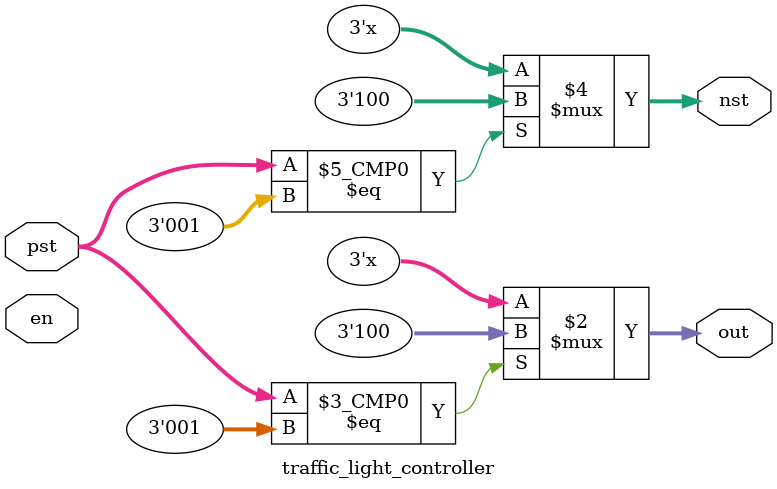
<source format=v>
`timescale 1ns / 1ps
module traffic_light_controller( en,pst,nst,out);
input en;
input [2:0] pst;
output [2:0]nst,out;
reg [2:0] nst,out;
parameter s0=001,s1=010,s2=100;
always @(en)
begin
case (pst)
s0:
begin
nst<=s2;
out<=s2;
end

s1:
begin
nst<=s0;
out<=s0;
end

s2:
begin
nst<=s1;
out<=s1;
end

endcase
end
endmodule

</source>
